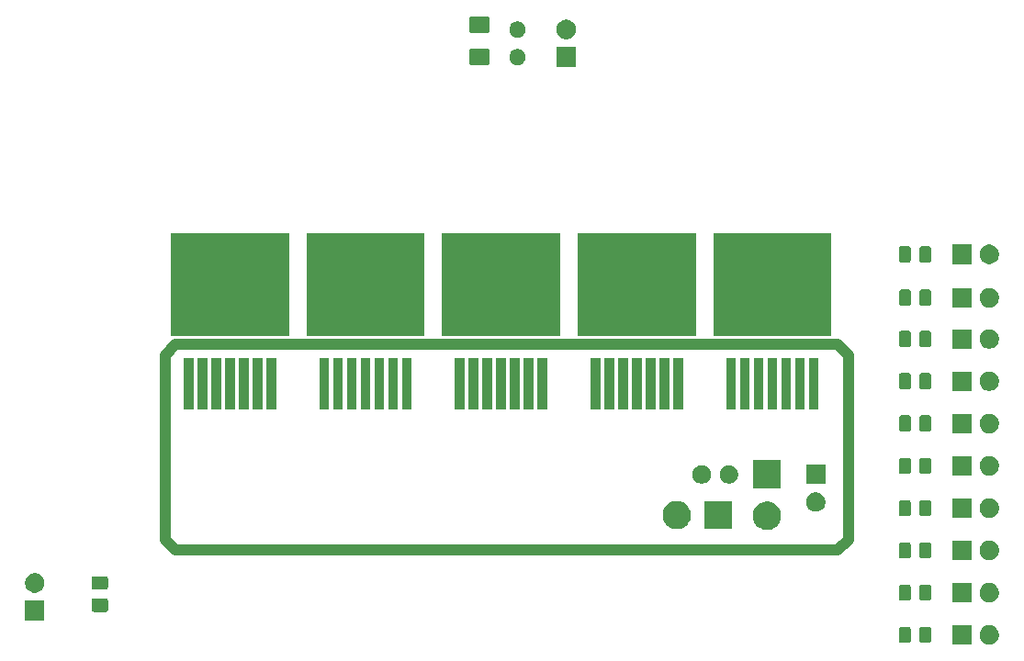
<source format=gbr>
G04 #@! TF.GenerationSoftware,KiCad,Pcbnew,(5.1.5)-3*
G04 #@! TF.CreationDate,2020-06-02T16:47:02-04:00*
G04 #@! TF.ProjectId,LT3081-TESTING,4c543330-3831-42d5-9445-5354494e472e,rev?*
G04 #@! TF.SameCoordinates,Original*
G04 #@! TF.FileFunction,Soldermask,Top*
G04 #@! TF.FilePolarity,Negative*
%FSLAX46Y46*%
G04 Gerber Fmt 4.6, Leading zero omitted, Abs format (unit mm)*
G04 Created by KiCad (PCBNEW (5.1.5)-3) date 2020-06-02 16:47:02*
%MOMM*%
%LPD*%
G04 APERTURE LIST*
%ADD10C,1.000000*%
%ADD11C,0.100000*%
G04 APERTURE END LIST*
D10*
X134000000Y-76000000D02*
X135000000Y-77000000D01*
X134000000Y-72500000D02*
X134000000Y-76000000D01*
X134000000Y-63500000D02*
X134000000Y-72500000D01*
X134000000Y-59000000D02*
X134000000Y-63500000D01*
X135000000Y-58000000D02*
X134000000Y-59000000D01*
X196000000Y-77000000D02*
X135000000Y-77000000D01*
X197000000Y-76000000D02*
X196000000Y-77000000D01*
X197000000Y-59000000D02*
X197000000Y-76000000D01*
X196000000Y-58000000D02*
X197000000Y-59000000D01*
X135000000Y-58000000D02*
X196000000Y-58000000D01*
D11*
G36*
X210113512Y-83903927D02*
G01*
X210262812Y-83933624D01*
X210426784Y-84001544D01*
X210574354Y-84100147D01*
X210699853Y-84225646D01*
X210798456Y-84373216D01*
X210866376Y-84537188D01*
X210901000Y-84711259D01*
X210901000Y-84888741D01*
X210866376Y-85062812D01*
X210798456Y-85226784D01*
X210699853Y-85374354D01*
X210574354Y-85499853D01*
X210426784Y-85598456D01*
X210262812Y-85666376D01*
X210113512Y-85696073D01*
X210088742Y-85701000D01*
X209911258Y-85701000D01*
X209886488Y-85696073D01*
X209737188Y-85666376D01*
X209573216Y-85598456D01*
X209425646Y-85499853D01*
X209300147Y-85374354D01*
X209201544Y-85226784D01*
X209133624Y-85062812D01*
X209099000Y-84888741D01*
X209099000Y-84711259D01*
X209133624Y-84537188D01*
X209201544Y-84373216D01*
X209300147Y-84225646D01*
X209425646Y-84100147D01*
X209573216Y-84001544D01*
X209737188Y-83933624D01*
X209886488Y-83903927D01*
X209911258Y-83899000D01*
X210088742Y-83899000D01*
X210113512Y-83903927D01*
G37*
G36*
X208361000Y-85701000D02*
G01*
X206559000Y-85701000D01*
X206559000Y-83899000D01*
X208361000Y-83899000D01*
X208361000Y-85701000D01*
G37*
G36*
X202596968Y-84053565D02*
G01*
X202635638Y-84065296D01*
X202671277Y-84084346D01*
X202702517Y-84109983D01*
X202728154Y-84141223D01*
X202747204Y-84176862D01*
X202758935Y-84215532D01*
X202763500Y-84261888D01*
X202763500Y-85338112D01*
X202758935Y-85384468D01*
X202747204Y-85423138D01*
X202728154Y-85458777D01*
X202702517Y-85490017D01*
X202671277Y-85515654D01*
X202635638Y-85534704D01*
X202596968Y-85546435D01*
X202550612Y-85551000D01*
X201899388Y-85551000D01*
X201853032Y-85546435D01*
X201814362Y-85534704D01*
X201778723Y-85515654D01*
X201747483Y-85490017D01*
X201721846Y-85458777D01*
X201702796Y-85423138D01*
X201691065Y-85384468D01*
X201686500Y-85338112D01*
X201686500Y-84261888D01*
X201691065Y-84215532D01*
X201702796Y-84176862D01*
X201721846Y-84141223D01*
X201747483Y-84109983D01*
X201778723Y-84084346D01*
X201814362Y-84065296D01*
X201853032Y-84053565D01*
X201899388Y-84049000D01*
X202550612Y-84049000D01*
X202596968Y-84053565D01*
G37*
G36*
X204471968Y-84053565D02*
G01*
X204510638Y-84065296D01*
X204546277Y-84084346D01*
X204577517Y-84109983D01*
X204603154Y-84141223D01*
X204622204Y-84176862D01*
X204633935Y-84215532D01*
X204638500Y-84261888D01*
X204638500Y-85338112D01*
X204633935Y-85384468D01*
X204622204Y-85423138D01*
X204603154Y-85458777D01*
X204577517Y-85490017D01*
X204546277Y-85515654D01*
X204510638Y-85534704D01*
X204471968Y-85546435D01*
X204425612Y-85551000D01*
X203774388Y-85551000D01*
X203728032Y-85546435D01*
X203689362Y-85534704D01*
X203653723Y-85515654D01*
X203622483Y-85490017D01*
X203596846Y-85458777D01*
X203577796Y-85423138D01*
X203566065Y-85384468D01*
X203561500Y-85338112D01*
X203561500Y-84261888D01*
X203566065Y-84215532D01*
X203577796Y-84176862D01*
X203596846Y-84141223D01*
X203622483Y-84109983D01*
X203653723Y-84084346D01*
X203689362Y-84065296D01*
X203728032Y-84053565D01*
X203774388Y-84049000D01*
X204425612Y-84049000D01*
X204471968Y-84053565D01*
G37*
G36*
X122901000Y-83441000D02*
G01*
X121099000Y-83441000D01*
X121099000Y-81639000D01*
X122901000Y-81639000D01*
X122901000Y-83441000D01*
G37*
G36*
X128588674Y-81428465D02*
G01*
X128626367Y-81439899D01*
X128661103Y-81458466D01*
X128691548Y-81483452D01*
X128716534Y-81513897D01*
X128735101Y-81548633D01*
X128746535Y-81586326D01*
X128751000Y-81631661D01*
X128751000Y-82468339D01*
X128746535Y-82513674D01*
X128735101Y-82551367D01*
X128716534Y-82586103D01*
X128691548Y-82616548D01*
X128661103Y-82641534D01*
X128626367Y-82660101D01*
X128588674Y-82671535D01*
X128543339Y-82676000D01*
X127456661Y-82676000D01*
X127411326Y-82671535D01*
X127373633Y-82660101D01*
X127338897Y-82641534D01*
X127308452Y-82616548D01*
X127283466Y-82586103D01*
X127264899Y-82551367D01*
X127253465Y-82513674D01*
X127249000Y-82468339D01*
X127249000Y-81631661D01*
X127253465Y-81586326D01*
X127264899Y-81548633D01*
X127283466Y-81513897D01*
X127308452Y-81483452D01*
X127338897Y-81458466D01*
X127373633Y-81439899D01*
X127411326Y-81428465D01*
X127456661Y-81424000D01*
X128543339Y-81424000D01*
X128588674Y-81428465D01*
G37*
G36*
X208361000Y-81801000D02*
G01*
X206559000Y-81801000D01*
X206559000Y-79999000D01*
X208361000Y-79999000D01*
X208361000Y-81801000D01*
G37*
G36*
X210113512Y-80003927D02*
G01*
X210262812Y-80033624D01*
X210426784Y-80101544D01*
X210574354Y-80200147D01*
X210699853Y-80325646D01*
X210798456Y-80473216D01*
X210866376Y-80637188D01*
X210901000Y-80811259D01*
X210901000Y-80988741D01*
X210866376Y-81162812D01*
X210798456Y-81326784D01*
X210699853Y-81474354D01*
X210574354Y-81599853D01*
X210426784Y-81698456D01*
X210262812Y-81766376D01*
X210113512Y-81796073D01*
X210088742Y-81801000D01*
X209911258Y-81801000D01*
X209886488Y-81796073D01*
X209737188Y-81766376D01*
X209573216Y-81698456D01*
X209425646Y-81599853D01*
X209300147Y-81474354D01*
X209201544Y-81326784D01*
X209133624Y-81162812D01*
X209099000Y-80988741D01*
X209099000Y-80811259D01*
X209133624Y-80637188D01*
X209201544Y-80473216D01*
X209300147Y-80325646D01*
X209425646Y-80200147D01*
X209573216Y-80101544D01*
X209737188Y-80033624D01*
X209886488Y-80003927D01*
X209911258Y-79999000D01*
X210088742Y-79999000D01*
X210113512Y-80003927D01*
G37*
G36*
X202596968Y-80153565D02*
G01*
X202635638Y-80165296D01*
X202671277Y-80184346D01*
X202702517Y-80209983D01*
X202728154Y-80241223D01*
X202747204Y-80276862D01*
X202758935Y-80315532D01*
X202763500Y-80361888D01*
X202763500Y-81438112D01*
X202758935Y-81484468D01*
X202747204Y-81523138D01*
X202728154Y-81558777D01*
X202702517Y-81590017D01*
X202671277Y-81615654D01*
X202635638Y-81634704D01*
X202596968Y-81646435D01*
X202550612Y-81651000D01*
X201899388Y-81651000D01*
X201853032Y-81646435D01*
X201814362Y-81634704D01*
X201778723Y-81615654D01*
X201747483Y-81590017D01*
X201721846Y-81558777D01*
X201702796Y-81523138D01*
X201691065Y-81484468D01*
X201686500Y-81438112D01*
X201686500Y-80361888D01*
X201691065Y-80315532D01*
X201702796Y-80276862D01*
X201721846Y-80241223D01*
X201747483Y-80209983D01*
X201778723Y-80184346D01*
X201814362Y-80165296D01*
X201853032Y-80153565D01*
X201899388Y-80149000D01*
X202550612Y-80149000D01*
X202596968Y-80153565D01*
G37*
G36*
X204471968Y-80153565D02*
G01*
X204510638Y-80165296D01*
X204546277Y-80184346D01*
X204577517Y-80209983D01*
X204603154Y-80241223D01*
X204622204Y-80276862D01*
X204633935Y-80315532D01*
X204638500Y-80361888D01*
X204638500Y-81438112D01*
X204633935Y-81484468D01*
X204622204Y-81523138D01*
X204603154Y-81558777D01*
X204577517Y-81590017D01*
X204546277Y-81615654D01*
X204510638Y-81634704D01*
X204471968Y-81646435D01*
X204425612Y-81651000D01*
X203774388Y-81651000D01*
X203728032Y-81646435D01*
X203689362Y-81634704D01*
X203653723Y-81615654D01*
X203622483Y-81590017D01*
X203596846Y-81558777D01*
X203577796Y-81523138D01*
X203566065Y-81484468D01*
X203561500Y-81438112D01*
X203561500Y-80361888D01*
X203566065Y-80315532D01*
X203577796Y-80276862D01*
X203596846Y-80241223D01*
X203622483Y-80209983D01*
X203653723Y-80184346D01*
X203689362Y-80165296D01*
X203728032Y-80153565D01*
X203774388Y-80149000D01*
X204425612Y-80149000D01*
X204471968Y-80153565D01*
G37*
G36*
X122113512Y-79103927D02*
G01*
X122262812Y-79133624D01*
X122426784Y-79201544D01*
X122574354Y-79300147D01*
X122699853Y-79425646D01*
X122798456Y-79573216D01*
X122866376Y-79737188D01*
X122901000Y-79911259D01*
X122901000Y-80088741D01*
X122866376Y-80262812D01*
X122798456Y-80426784D01*
X122699853Y-80574354D01*
X122574354Y-80699853D01*
X122426784Y-80798456D01*
X122262812Y-80866376D01*
X122113512Y-80896073D01*
X122088742Y-80901000D01*
X121911258Y-80901000D01*
X121886488Y-80896073D01*
X121737188Y-80866376D01*
X121573216Y-80798456D01*
X121425646Y-80699853D01*
X121300147Y-80574354D01*
X121201544Y-80426784D01*
X121133624Y-80262812D01*
X121099000Y-80088741D01*
X121099000Y-79911259D01*
X121133624Y-79737188D01*
X121201544Y-79573216D01*
X121300147Y-79425646D01*
X121425646Y-79300147D01*
X121573216Y-79201544D01*
X121737188Y-79133624D01*
X121886488Y-79103927D01*
X121911258Y-79099000D01*
X122088742Y-79099000D01*
X122113512Y-79103927D01*
G37*
G36*
X128588674Y-79378465D02*
G01*
X128626367Y-79389899D01*
X128661103Y-79408466D01*
X128691548Y-79433452D01*
X128716534Y-79463897D01*
X128735101Y-79498633D01*
X128746535Y-79536326D01*
X128751000Y-79581661D01*
X128751000Y-80418339D01*
X128746535Y-80463674D01*
X128735101Y-80501367D01*
X128716534Y-80536103D01*
X128691548Y-80566548D01*
X128661103Y-80591534D01*
X128626367Y-80610101D01*
X128588674Y-80621535D01*
X128543339Y-80626000D01*
X127456661Y-80626000D01*
X127411326Y-80621535D01*
X127373633Y-80610101D01*
X127338897Y-80591534D01*
X127308452Y-80566548D01*
X127283466Y-80536103D01*
X127264899Y-80501367D01*
X127253465Y-80463674D01*
X127249000Y-80418339D01*
X127249000Y-79581661D01*
X127253465Y-79536326D01*
X127264899Y-79498633D01*
X127283466Y-79463897D01*
X127308452Y-79433452D01*
X127338897Y-79408466D01*
X127373633Y-79389899D01*
X127411326Y-79378465D01*
X127456661Y-79374000D01*
X128543339Y-79374000D01*
X128588674Y-79378465D01*
G37*
G36*
X210113512Y-76103927D02*
G01*
X210262812Y-76133624D01*
X210426784Y-76201544D01*
X210574354Y-76300147D01*
X210699853Y-76425646D01*
X210798456Y-76573216D01*
X210866376Y-76737188D01*
X210901000Y-76911259D01*
X210901000Y-77088741D01*
X210866376Y-77262812D01*
X210798456Y-77426784D01*
X210699853Y-77574354D01*
X210574354Y-77699853D01*
X210426784Y-77798456D01*
X210262812Y-77866376D01*
X210113512Y-77896073D01*
X210088742Y-77901000D01*
X209911258Y-77901000D01*
X209886488Y-77896073D01*
X209737188Y-77866376D01*
X209573216Y-77798456D01*
X209425646Y-77699853D01*
X209300147Y-77574354D01*
X209201544Y-77426784D01*
X209133624Y-77262812D01*
X209099000Y-77088741D01*
X209099000Y-76911259D01*
X209133624Y-76737188D01*
X209201544Y-76573216D01*
X209300147Y-76425646D01*
X209425646Y-76300147D01*
X209573216Y-76201544D01*
X209737188Y-76133624D01*
X209886488Y-76103927D01*
X209911258Y-76099000D01*
X210088742Y-76099000D01*
X210113512Y-76103927D01*
G37*
G36*
X208361000Y-77901000D02*
G01*
X206559000Y-77901000D01*
X206559000Y-76099000D01*
X208361000Y-76099000D01*
X208361000Y-77901000D01*
G37*
G36*
X202596968Y-76253565D02*
G01*
X202635638Y-76265296D01*
X202671277Y-76284346D01*
X202702517Y-76309983D01*
X202728154Y-76341223D01*
X202747204Y-76376862D01*
X202758935Y-76415532D01*
X202763500Y-76461888D01*
X202763500Y-77538112D01*
X202758935Y-77584468D01*
X202747204Y-77623138D01*
X202728154Y-77658777D01*
X202702517Y-77690017D01*
X202671277Y-77715654D01*
X202635638Y-77734704D01*
X202596968Y-77746435D01*
X202550612Y-77751000D01*
X201899388Y-77751000D01*
X201853032Y-77746435D01*
X201814362Y-77734704D01*
X201778723Y-77715654D01*
X201747483Y-77690017D01*
X201721846Y-77658777D01*
X201702796Y-77623138D01*
X201691065Y-77584468D01*
X201686500Y-77538112D01*
X201686500Y-76461888D01*
X201691065Y-76415532D01*
X201702796Y-76376862D01*
X201721846Y-76341223D01*
X201747483Y-76309983D01*
X201778723Y-76284346D01*
X201814362Y-76265296D01*
X201853032Y-76253565D01*
X201899388Y-76249000D01*
X202550612Y-76249000D01*
X202596968Y-76253565D01*
G37*
G36*
X204471968Y-76253565D02*
G01*
X204510638Y-76265296D01*
X204546277Y-76284346D01*
X204577517Y-76309983D01*
X204603154Y-76341223D01*
X204622204Y-76376862D01*
X204633935Y-76415532D01*
X204638500Y-76461888D01*
X204638500Y-77538112D01*
X204633935Y-77584468D01*
X204622204Y-77623138D01*
X204603154Y-77658777D01*
X204577517Y-77690017D01*
X204546277Y-77715654D01*
X204510638Y-77734704D01*
X204471968Y-77746435D01*
X204425612Y-77751000D01*
X203774388Y-77751000D01*
X203728032Y-77746435D01*
X203689362Y-77734704D01*
X203653723Y-77715654D01*
X203622483Y-77690017D01*
X203596846Y-77658777D01*
X203577796Y-77623138D01*
X203566065Y-77584468D01*
X203561500Y-77538112D01*
X203561500Y-76461888D01*
X203566065Y-76415532D01*
X203577796Y-76376862D01*
X203596846Y-76341223D01*
X203622483Y-76309983D01*
X203653723Y-76284346D01*
X203689362Y-76265296D01*
X203728032Y-76253565D01*
X203774388Y-76249000D01*
X204425612Y-76249000D01*
X204471968Y-76253565D01*
G37*
G36*
X189879393Y-72559304D02*
G01*
X190116101Y-72657352D01*
X190116103Y-72657353D01*
X190329135Y-72799696D01*
X190510304Y-72980865D01*
X190652647Y-73193897D01*
X190652648Y-73193899D01*
X190750696Y-73430607D01*
X190800680Y-73681893D01*
X190800680Y-73938107D01*
X190750696Y-74189393D01*
X190677501Y-74366101D01*
X190652647Y-74426103D01*
X190510304Y-74639135D01*
X190329135Y-74820304D01*
X190116103Y-74962647D01*
X190116102Y-74962648D01*
X190116101Y-74962648D01*
X189879393Y-75060696D01*
X189628107Y-75110680D01*
X189371893Y-75110680D01*
X189120607Y-75060696D01*
X188883899Y-74962648D01*
X188883898Y-74962648D01*
X188883897Y-74962647D01*
X188670865Y-74820304D01*
X188489696Y-74639135D01*
X188347353Y-74426103D01*
X188322499Y-74366101D01*
X188249304Y-74189393D01*
X188199320Y-73938107D01*
X188199320Y-73681893D01*
X188249304Y-73430607D01*
X188347352Y-73193899D01*
X188347353Y-73193897D01*
X188489696Y-72980865D01*
X188670865Y-72799696D01*
X188883897Y-72657353D01*
X188883899Y-72657352D01*
X189120607Y-72559304D01*
X189371893Y-72509320D01*
X189628107Y-72509320D01*
X189879393Y-72559304D01*
G37*
G36*
X181569393Y-72499304D02*
G01*
X181806101Y-72597352D01*
X181806103Y-72597353D01*
X182019135Y-72739696D01*
X182200304Y-72920865D01*
X182342647Y-73133897D01*
X182342648Y-73133899D01*
X182440696Y-73370607D01*
X182490680Y-73621893D01*
X182490680Y-73878107D01*
X182440696Y-74129393D01*
X182342648Y-74366101D01*
X182342647Y-74366103D01*
X182200304Y-74579135D01*
X182019135Y-74760304D01*
X181806103Y-74902647D01*
X181806102Y-74902648D01*
X181806101Y-74902648D01*
X181569393Y-75000696D01*
X181318107Y-75050680D01*
X181061893Y-75050680D01*
X180810607Y-75000696D01*
X180573899Y-74902648D01*
X180573898Y-74902648D01*
X180573897Y-74902647D01*
X180360865Y-74760304D01*
X180179696Y-74579135D01*
X180037353Y-74366103D01*
X180037352Y-74366101D01*
X179939304Y-74129393D01*
X179889320Y-73878107D01*
X179889320Y-73621893D01*
X179939304Y-73370607D01*
X180037352Y-73133899D01*
X180037353Y-73133897D01*
X180179696Y-72920865D01*
X180360865Y-72739696D01*
X180573897Y-72597353D01*
X180573899Y-72597352D01*
X180810607Y-72499304D01*
X181061893Y-72449320D01*
X181318107Y-72449320D01*
X181569393Y-72499304D01*
G37*
G36*
X186300680Y-75050680D02*
G01*
X183699320Y-75050680D01*
X183699320Y-72449320D01*
X186300680Y-72449320D01*
X186300680Y-75050680D01*
G37*
G36*
X210113512Y-72203927D02*
G01*
X210262812Y-72233624D01*
X210426784Y-72301544D01*
X210574354Y-72400147D01*
X210699853Y-72525646D01*
X210798456Y-72673216D01*
X210866376Y-72837188D01*
X210894954Y-72980865D01*
X210901000Y-73011258D01*
X210901000Y-73188742D01*
X210899974Y-73193899D01*
X210866376Y-73362812D01*
X210798456Y-73526784D01*
X210699853Y-73674354D01*
X210574354Y-73799853D01*
X210426784Y-73898456D01*
X210262812Y-73966376D01*
X210113512Y-73996073D01*
X210088742Y-74001000D01*
X209911258Y-74001000D01*
X209886488Y-73996073D01*
X209737188Y-73966376D01*
X209573216Y-73898456D01*
X209425646Y-73799853D01*
X209300147Y-73674354D01*
X209201544Y-73526784D01*
X209133624Y-73362812D01*
X209100026Y-73193899D01*
X209099000Y-73188742D01*
X209099000Y-73011258D01*
X209105046Y-72980865D01*
X209133624Y-72837188D01*
X209201544Y-72673216D01*
X209300147Y-72525646D01*
X209425646Y-72400147D01*
X209573216Y-72301544D01*
X209737188Y-72233624D01*
X209886488Y-72203927D01*
X209911258Y-72199000D01*
X210088742Y-72199000D01*
X210113512Y-72203927D01*
G37*
G36*
X208361000Y-74001000D02*
G01*
X206559000Y-74001000D01*
X206559000Y-72199000D01*
X208361000Y-72199000D01*
X208361000Y-74001000D01*
G37*
G36*
X202596968Y-72353565D02*
G01*
X202635638Y-72365296D01*
X202671277Y-72384346D01*
X202702517Y-72409983D01*
X202728154Y-72441223D01*
X202747204Y-72476862D01*
X202758935Y-72515532D01*
X202763500Y-72561888D01*
X202763500Y-73638112D01*
X202758935Y-73684468D01*
X202747204Y-73723138D01*
X202728154Y-73758777D01*
X202702517Y-73790017D01*
X202671277Y-73815654D01*
X202635638Y-73834704D01*
X202596968Y-73846435D01*
X202550612Y-73851000D01*
X201899388Y-73851000D01*
X201853032Y-73846435D01*
X201814362Y-73834704D01*
X201778723Y-73815654D01*
X201747483Y-73790017D01*
X201721846Y-73758777D01*
X201702796Y-73723138D01*
X201691065Y-73684468D01*
X201686500Y-73638112D01*
X201686500Y-72561888D01*
X201691065Y-72515532D01*
X201702796Y-72476862D01*
X201721846Y-72441223D01*
X201747483Y-72409983D01*
X201778723Y-72384346D01*
X201814362Y-72365296D01*
X201853032Y-72353565D01*
X201899388Y-72349000D01*
X202550612Y-72349000D01*
X202596968Y-72353565D01*
G37*
G36*
X204471968Y-72353565D02*
G01*
X204510638Y-72365296D01*
X204546277Y-72384346D01*
X204577517Y-72409983D01*
X204603154Y-72441223D01*
X204622204Y-72476862D01*
X204633935Y-72515532D01*
X204638500Y-72561888D01*
X204638500Y-73638112D01*
X204633935Y-73684468D01*
X204622204Y-73723138D01*
X204603154Y-73758777D01*
X204577517Y-73790017D01*
X204546277Y-73815654D01*
X204510638Y-73834704D01*
X204471968Y-73846435D01*
X204425612Y-73851000D01*
X203774388Y-73851000D01*
X203728032Y-73846435D01*
X203689362Y-73834704D01*
X203653723Y-73815654D01*
X203622483Y-73790017D01*
X203596846Y-73758777D01*
X203577796Y-73723138D01*
X203566065Y-73684468D01*
X203561500Y-73638112D01*
X203561500Y-72561888D01*
X203566065Y-72515532D01*
X203577796Y-72476862D01*
X203596846Y-72441223D01*
X203622483Y-72409983D01*
X203653723Y-72384346D01*
X203689362Y-72365296D01*
X203728032Y-72353565D01*
X203774388Y-72349000D01*
X204425612Y-72349000D01*
X204471968Y-72353565D01*
G37*
G36*
X194113512Y-71643927D02*
G01*
X194262812Y-71673624D01*
X194426784Y-71741544D01*
X194574354Y-71840147D01*
X194699853Y-71965646D01*
X194798456Y-72113216D01*
X194866376Y-72277188D01*
X194892790Y-72409983D01*
X194900615Y-72449320D01*
X194901000Y-72451259D01*
X194901000Y-72628741D01*
X194866376Y-72802812D01*
X194798456Y-72966784D01*
X194699853Y-73114354D01*
X194574354Y-73239853D01*
X194426784Y-73338456D01*
X194262812Y-73406376D01*
X194113512Y-73436073D01*
X194088742Y-73441000D01*
X193911258Y-73441000D01*
X193886488Y-73436073D01*
X193737188Y-73406376D01*
X193573216Y-73338456D01*
X193425646Y-73239853D01*
X193300147Y-73114354D01*
X193201544Y-72966784D01*
X193133624Y-72802812D01*
X193099000Y-72628741D01*
X193099000Y-72451259D01*
X193099386Y-72449320D01*
X193107210Y-72409983D01*
X193133624Y-72277188D01*
X193201544Y-72113216D01*
X193300147Y-71965646D01*
X193425646Y-71840147D01*
X193573216Y-71741544D01*
X193737188Y-71673624D01*
X193886488Y-71643927D01*
X193911258Y-71639000D01*
X194088742Y-71639000D01*
X194113512Y-71643927D01*
G37*
G36*
X190800680Y-71300680D02*
G01*
X188199320Y-71300680D01*
X188199320Y-68699320D01*
X190800680Y-68699320D01*
X190800680Y-71300680D01*
G37*
G36*
X194901000Y-70901000D02*
G01*
X193099000Y-70901000D01*
X193099000Y-69099000D01*
X194901000Y-69099000D01*
X194901000Y-70901000D01*
G37*
G36*
X186248228Y-69181703D02*
G01*
X186403100Y-69245853D01*
X186542481Y-69338985D01*
X186661015Y-69457519D01*
X186754147Y-69596900D01*
X186818297Y-69751772D01*
X186851000Y-69916184D01*
X186851000Y-70083816D01*
X186818297Y-70248228D01*
X186754147Y-70403100D01*
X186661015Y-70542481D01*
X186542481Y-70661015D01*
X186403100Y-70754147D01*
X186248228Y-70818297D01*
X186083816Y-70851000D01*
X185916184Y-70851000D01*
X185751772Y-70818297D01*
X185596900Y-70754147D01*
X185457519Y-70661015D01*
X185338985Y-70542481D01*
X185245853Y-70403100D01*
X185181703Y-70248228D01*
X185149000Y-70083816D01*
X185149000Y-69916184D01*
X185181703Y-69751772D01*
X185245853Y-69596900D01*
X185338985Y-69457519D01*
X185457519Y-69338985D01*
X185596900Y-69245853D01*
X185751772Y-69181703D01*
X185916184Y-69149000D01*
X186083816Y-69149000D01*
X186248228Y-69181703D01*
G37*
G36*
X183748228Y-69181703D02*
G01*
X183903100Y-69245853D01*
X184042481Y-69338985D01*
X184161015Y-69457519D01*
X184254147Y-69596900D01*
X184318297Y-69751772D01*
X184351000Y-69916184D01*
X184351000Y-70083816D01*
X184318297Y-70248228D01*
X184254147Y-70403100D01*
X184161015Y-70542481D01*
X184042481Y-70661015D01*
X183903100Y-70754147D01*
X183748228Y-70818297D01*
X183583816Y-70851000D01*
X183416184Y-70851000D01*
X183251772Y-70818297D01*
X183096900Y-70754147D01*
X182957519Y-70661015D01*
X182838985Y-70542481D01*
X182745853Y-70403100D01*
X182681703Y-70248228D01*
X182649000Y-70083816D01*
X182649000Y-69916184D01*
X182681703Y-69751772D01*
X182745853Y-69596900D01*
X182838985Y-69457519D01*
X182957519Y-69338985D01*
X183096900Y-69245853D01*
X183251772Y-69181703D01*
X183416184Y-69149000D01*
X183583816Y-69149000D01*
X183748228Y-69181703D01*
G37*
G36*
X210113512Y-68303927D02*
G01*
X210262812Y-68333624D01*
X210426784Y-68401544D01*
X210574354Y-68500147D01*
X210699853Y-68625646D01*
X210798456Y-68773216D01*
X210866376Y-68937188D01*
X210901000Y-69111259D01*
X210901000Y-69288741D01*
X210866376Y-69462812D01*
X210798456Y-69626784D01*
X210699853Y-69774354D01*
X210574354Y-69899853D01*
X210426784Y-69998456D01*
X210262812Y-70066376D01*
X210113512Y-70096073D01*
X210088742Y-70101000D01*
X209911258Y-70101000D01*
X209886488Y-70096073D01*
X209737188Y-70066376D01*
X209573216Y-69998456D01*
X209425646Y-69899853D01*
X209300147Y-69774354D01*
X209201544Y-69626784D01*
X209133624Y-69462812D01*
X209099000Y-69288741D01*
X209099000Y-69111259D01*
X209133624Y-68937188D01*
X209201544Y-68773216D01*
X209300147Y-68625646D01*
X209425646Y-68500147D01*
X209573216Y-68401544D01*
X209737188Y-68333624D01*
X209886488Y-68303927D01*
X209911258Y-68299000D01*
X210088742Y-68299000D01*
X210113512Y-68303927D01*
G37*
G36*
X208361000Y-70101000D02*
G01*
X206559000Y-70101000D01*
X206559000Y-68299000D01*
X208361000Y-68299000D01*
X208361000Y-70101000D01*
G37*
G36*
X204471968Y-68453565D02*
G01*
X204510638Y-68465296D01*
X204546277Y-68484346D01*
X204577517Y-68509983D01*
X204603154Y-68541223D01*
X204622204Y-68576862D01*
X204633935Y-68615532D01*
X204638500Y-68661888D01*
X204638500Y-69738112D01*
X204633935Y-69784468D01*
X204622204Y-69823138D01*
X204603154Y-69858777D01*
X204577517Y-69890017D01*
X204546277Y-69915654D01*
X204510638Y-69934704D01*
X204471968Y-69946435D01*
X204425612Y-69951000D01*
X203774388Y-69951000D01*
X203728032Y-69946435D01*
X203689362Y-69934704D01*
X203653723Y-69915654D01*
X203622483Y-69890017D01*
X203596846Y-69858777D01*
X203577796Y-69823138D01*
X203566065Y-69784468D01*
X203561500Y-69738112D01*
X203561500Y-68661888D01*
X203566065Y-68615532D01*
X203577796Y-68576862D01*
X203596846Y-68541223D01*
X203622483Y-68509983D01*
X203653723Y-68484346D01*
X203689362Y-68465296D01*
X203728032Y-68453565D01*
X203774388Y-68449000D01*
X204425612Y-68449000D01*
X204471968Y-68453565D01*
G37*
G36*
X202596968Y-68453565D02*
G01*
X202635638Y-68465296D01*
X202671277Y-68484346D01*
X202702517Y-68509983D01*
X202728154Y-68541223D01*
X202747204Y-68576862D01*
X202758935Y-68615532D01*
X202763500Y-68661888D01*
X202763500Y-69738112D01*
X202758935Y-69784468D01*
X202747204Y-69823138D01*
X202728154Y-69858777D01*
X202702517Y-69890017D01*
X202671277Y-69915654D01*
X202635638Y-69934704D01*
X202596968Y-69946435D01*
X202550612Y-69951000D01*
X201899388Y-69951000D01*
X201853032Y-69946435D01*
X201814362Y-69934704D01*
X201778723Y-69915654D01*
X201747483Y-69890017D01*
X201721846Y-69858777D01*
X201702796Y-69823138D01*
X201691065Y-69784468D01*
X201686500Y-69738112D01*
X201686500Y-68661888D01*
X201691065Y-68615532D01*
X201702796Y-68576862D01*
X201721846Y-68541223D01*
X201747483Y-68509983D01*
X201778723Y-68484346D01*
X201814362Y-68465296D01*
X201853032Y-68453565D01*
X201899388Y-68449000D01*
X202550612Y-68449000D01*
X202596968Y-68453565D01*
G37*
G36*
X210113512Y-64403927D02*
G01*
X210262812Y-64433624D01*
X210426784Y-64501544D01*
X210574354Y-64600147D01*
X210699853Y-64725646D01*
X210798456Y-64873216D01*
X210866376Y-65037188D01*
X210901000Y-65211259D01*
X210901000Y-65388741D01*
X210866376Y-65562812D01*
X210798456Y-65726784D01*
X210699853Y-65874354D01*
X210574354Y-65999853D01*
X210426784Y-66098456D01*
X210262812Y-66166376D01*
X210113512Y-66196073D01*
X210088742Y-66201000D01*
X209911258Y-66201000D01*
X209886488Y-66196073D01*
X209737188Y-66166376D01*
X209573216Y-66098456D01*
X209425646Y-65999853D01*
X209300147Y-65874354D01*
X209201544Y-65726784D01*
X209133624Y-65562812D01*
X209099000Y-65388741D01*
X209099000Y-65211259D01*
X209133624Y-65037188D01*
X209201544Y-64873216D01*
X209300147Y-64725646D01*
X209425646Y-64600147D01*
X209573216Y-64501544D01*
X209737188Y-64433624D01*
X209886488Y-64403927D01*
X209911258Y-64399000D01*
X210088742Y-64399000D01*
X210113512Y-64403927D01*
G37*
G36*
X208361000Y-66201000D02*
G01*
X206559000Y-66201000D01*
X206559000Y-64399000D01*
X208361000Y-64399000D01*
X208361000Y-66201000D01*
G37*
G36*
X204471968Y-64553565D02*
G01*
X204510638Y-64565296D01*
X204546277Y-64584346D01*
X204577517Y-64609983D01*
X204603154Y-64641223D01*
X204622204Y-64676862D01*
X204633935Y-64715532D01*
X204638500Y-64761888D01*
X204638500Y-65838112D01*
X204633935Y-65884468D01*
X204622204Y-65923138D01*
X204603154Y-65958777D01*
X204577517Y-65990017D01*
X204546277Y-66015654D01*
X204510638Y-66034704D01*
X204471968Y-66046435D01*
X204425612Y-66051000D01*
X203774388Y-66051000D01*
X203728032Y-66046435D01*
X203689362Y-66034704D01*
X203653723Y-66015654D01*
X203622483Y-65990017D01*
X203596846Y-65958777D01*
X203577796Y-65923138D01*
X203566065Y-65884468D01*
X203561500Y-65838112D01*
X203561500Y-64761888D01*
X203566065Y-64715532D01*
X203577796Y-64676862D01*
X203596846Y-64641223D01*
X203622483Y-64609983D01*
X203653723Y-64584346D01*
X203689362Y-64565296D01*
X203728032Y-64553565D01*
X203774388Y-64549000D01*
X204425612Y-64549000D01*
X204471968Y-64553565D01*
G37*
G36*
X202596968Y-64553565D02*
G01*
X202635638Y-64565296D01*
X202671277Y-64584346D01*
X202702517Y-64609983D01*
X202728154Y-64641223D01*
X202747204Y-64676862D01*
X202758935Y-64715532D01*
X202763500Y-64761888D01*
X202763500Y-65838112D01*
X202758935Y-65884468D01*
X202747204Y-65923138D01*
X202728154Y-65958777D01*
X202702517Y-65990017D01*
X202671277Y-66015654D01*
X202635638Y-66034704D01*
X202596968Y-66046435D01*
X202550612Y-66051000D01*
X201899388Y-66051000D01*
X201853032Y-66046435D01*
X201814362Y-66034704D01*
X201778723Y-66015654D01*
X201747483Y-65990017D01*
X201721846Y-65958777D01*
X201702796Y-65923138D01*
X201691065Y-65884468D01*
X201686500Y-65838112D01*
X201686500Y-64761888D01*
X201691065Y-64715532D01*
X201702796Y-64676862D01*
X201721846Y-64641223D01*
X201747483Y-64609983D01*
X201778723Y-64584346D01*
X201814362Y-64565296D01*
X201853032Y-64553565D01*
X201899388Y-64549000D01*
X202550612Y-64549000D01*
X202596968Y-64553565D01*
G37*
G36*
X187911000Y-64001000D02*
G01*
X187009000Y-64001000D01*
X187009000Y-59299000D01*
X187911000Y-59299000D01*
X187911000Y-64001000D01*
G37*
G36*
X167991000Y-64001000D02*
G01*
X167089000Y-64001000D01*
X167089000Y-59299000D01*
X167991000Y-59299000D01*
X167991000Y-64001000D01*
G37*
G36*
X189181000Y-64001000D02*
G01*
X188279000Y-64001000D01*
X188279000Y-59299000D01*
X189181000Y-59299000D01*
X189181000Y-64001000D01*
G37*
G36*
X190451000Y-64001000D02*
G01*
X189549000Y-64001000D01*
X189549000Y-59299000D01*
X190451000Y-59299000D01*
X190451000Y-64001000D01*
G37*
G36*
X191721000Y-64001000D02*
G01*
X190819000Y-64001000D01*
X190819000Y-59299000D01*
X191721000Y-59299000D01*
X191721000Y-64001000D01*
G37*
G36*
X192991000Y-64001000D02*
G01*
X192089000Y-64001000D01*
X192089000Y-59299000D01*
X192991000Y-59299000D01*
X192991000Y-64001000D01*
G37*
G36*
X194261000Y-64001000D02*
G01*
X193359000Y-64001000D01*
X193359000Y-59299000D01*
X194261000Y-59299000D01*
X194261000Y-64001000D01*
G37*
G36*
X177951000Y-64001000D02*
G01*
X177049000Y-64001000D01*
X177049000Y-59299000D01*
X177951000Y-59299000D01*
X177951000Y-64001000D01*
G37*
G36*
X174141000Y-64001000D02*
G01*
X173239000Y-64001000D01*
X173239000Y-59299000D01*
X174141000Y-59299000D01*
X174141000Y-64001000D01*
G37*
G36*
X186641000Y-64001000D02*
G01*
X185739000Y-64001000D01*
X185739000Y-59299000D01*
X186641000Y-59299000D01*
X186641000Y-64001000D01*
G37*
G36*
X181761000Y-64001000D02*
G01*
X180859000Y-64001000D01*
X180859000Y-59299000D01*
X181761000Y-59299000D01*
X181761000Y-64001000D01*
G37*
G36*
X180491000Y-64001000D02*
G01*
X179589000Y-64001000D01*
X179589000Y-59299000D01*
X180491000Y-59299000D01*
X180491000Y-64001000D01*
G37*
G36*
X179221000Y-64001000D02*
G01*
X178319000Y-64001000D01*
X178319000Y-59299000D01*
X179221000Y-59299000D01*
X179221000Y-64001000D01*
G37*
G36*
X137911000Y-64001000D02*
G01*
X137009000Y-64001000D01*
X137009000Y-59299000D01*
X137911000Y-59299000D01*
X137911000Y-64001000D01*
G37*
G36*
X176681000Y-64001000D02*
G01*
X175779000Y-64001000D01*
X175779000Y-59299000D01*
X176681000Y-59299000D01*
X176681000Y-64001000D01*
G37*
G36*
X154221000Y-64001000D02*
G01*
X153319000Y-64001000D01*
X153319000Y-59299000D01*
X154221000Y-59299000D01*
X154221000Y-64001000D01*
G37*
G36*
X175411000Y-64001000D02*
G01*
X174509000Y-64001000D01*
X174509000Y-59299000D01*
X175411000Y-59299000D01*
X175411000Y-64001000D01*
G37*
G36*
X136641000Y-64001000D02*
G01*
X135739000Y-64001000D01*
X135739000Y-59299000D01*
X136641000Y-59299000D01*
X136641000Y-64001000D01*
G37*
G36*
X144261000Y-64001000D02*
G01*
X143359000Y-64001000D01*
X143359000Y-59299000D01*
X144261000Y-59299000D01*
X144261000Y-64001000D01*
G37*
G36*
X166721000Y-64001000D02*
G01*
X165819000Y-64001000D01*
X165819000Y-59299000D01*
X166721000Y-59299000D01*
X166721000Y-64001000D01*
G37*
G36*
X164181000Y-64001000D02*
G01*
X163279000Y-64001000D01*
X163279000Y-59299000D01*
X164181000Y-59299000D01*
X164181000Y-64001000D01*
G37*
G36*
X139181000Y-64001000D02*
G01*
X138279000Y-64001000D01*
X138279000Y-59299000D01*
X139181000Y-59299000D01*
X139181000Y-64001000D01*
G37*
G36*
X140451000Y-64001000D02*
G01*
X139549000Y-64001000D01*
X139549000Y-59299000D01*
X140451000Y-59299000D01*
X140451000Y-64001000D01*
G37*
G36*
X141721000Y-64001000D02*
G01*
X140819000Y-64001000D01*
X140819000Y-59299000D01*
X141721000Y-59299000D01*
X141721000Y-64001000D01*
G37*
G36*
X142991000Y-64001000D02*
G01*
X142089000Y-64001000D01*
X142089000Y-59299000D01*
X142991000Y-59299000D01*
X142991000Y-64001000D01*
G37*
G36*
X149141000Y-64001000D02*
G01*
X148239000Y-64001000D01*
X148239000Y-59299000D01*
X149141000Y-59299000D01*
X149141000Y-64001000D01*
G37*
G36*
X150411000Y-64001000D02*
G01*
X149509000Y-64001000D01*
X149509000Y-59299000D01*
X150411000Y-59299000D01*
X150411000Y-64001000D01*
G37*
G36*
X151681000Y-64001000D02*
G01*
X150779000Y-64001000D01*
X150779000Y-59299000D01*
X151681000Y-59299000D01*
X151681000Y-64001000D01*
G37*
G36*
X152951000Y-64001000D02*
G01*
X152049000Y-64001000D01*
X152049000Y-59299000D01*
X152951000Y-59299000D01*
X152951000Y-64001000D01*
G37*
G36*
X169261000Y-64001000D02*
G01*
X168359000Y-64001000D01*
X168359000Y-59299000D01*
X169261000Y-59299000D01*
X169261000Y-64001000D01*
G37*
G36*
X155491000Y-64001000D02*
G01*
X154589000Y-64001000D01*
X154589000Y-59299000D01*
X155491000Y-59299000D01*
X155491000Y-64001000D01*
G37*
G36*
X156761000Y-64001000D02*
G01*
X155859000Y-64001000D01*
X155859000Y-59299000D01*
X156761000Y-59299000D01*
X156761000Y-64001000D01*
G37*
G36*
X161641000Y-64001000D02*
G01*
X160739000Y-64001000D01*
X160739000Y-59299000D01*
X161641000Y-59299000D01*
X161641000Y-64001000D01*
G37*
G36*
X162911000Y-64001000D02*
G01*
X162009000Y-64001000D01*
X162009000Y-59299000D01*
X162911000Y-59299000D01*
X162911000Y-64001000D01*
G37*
G36*
X165451000Y-64001000D02*
G01*
X164549000Y-64001000D01*
X164549000Y-59299000D01*
X165451000Y-59299000D01*
X165451000Y-64001000D01*
G37*
G36*
X210113512Y-60503927D02*
G01*
X210262812Y-60533624D01*
X210426784Y-60601544D01*
X210574354Y-60700147D01*
X210699853Y-60825646D01*
X210798456Y-60973216D01*
X210866376Y-61137188D01*
X210901000Y-61311259D01*
X210901000Y-61488741D01*
X210866376Y-61662812D01*
X210798456Y-61826784D01*
X210699853Y-61974354D01*
X210574354Y-62099853D01*
X210426784Y-62198456D01*
X210262812Y-62266376D01*
X210113512Y-62296073D01*
X210088742Y-62301000D01*
X209911258Y-62301000D01*
X209886488Y-62296073D01*
X209737188Y-62266376D01*
X209573216Y-62198456D01*
X209425646Y-62099853D01*
X209300147Y-61974354D01*
X209201544Y-61826784D01*
X209133624Y-61662812D01*
X209099000Y-61488741D01*
X209099000Y-61311259D01*
X209133624Y-61137188D01*
X209201544Y-60973216D01*
X209300147Y-60825646D01*
X209425646Y-60700147D01*
X209573216Y-60601544D01*
X209737188Y-60533624D01*
X209886488Y-60503927D01*
X209911258Y-60499000D01*
X210088742Y-60499000D01*
X210113512Y-60503927D01*
G37*
G36*
X208361000Y-62301000D02*
G01*
X206559000Y-62301000D01*
X206559000Y-60499000D01*
X208361000Y-60499000D01*
X208361000Y-62301000D01*
G37*
G36*
X204471968Y-60653565D02*
G01*
X204510638Y-60665296D01*
X204546277Y-60684346D01*
X204577517Y-60709983D01*
X204603154Y-60741223D01*
X204622204Y-60776862D01*
X204633935Y-60815532D01*
X204638500Y-60861888D01*
X204638500Y-61938112D01*
X204633935Y-61984468D01*
X204622204Y-62023138D01*
X204603154Y-62058777D01*
X204577517Y-62090017D01*
X204546277Y-62115654D01*
X204510638Y-62134704D01*
X204471968Y-62146435D01*
X204425612Y-62151000D01*
X203774388Y-62151000D01*
X203728032Y-62146435D01*
X203689362Y-62134704D01*
X203653723Y-62115654D01*
X203622483Y-62090017D01*
X203596846Y-62058777D01*
X203577796Y-62023138D01*
X203566065Y-61984468D01*
X203561500Y-61938112D01*
X203561500Y-60861888D01*
X203566065Y-60815532D01*
X203577796Y-60776862D01*
X203596846Y-60741223D01*
X203622483Y-60709983D01*
X203653723Y-60684346D01*
X203689362Y-60665296D01*
X203728032Y-60653565D01*
X203774388Y-60649000D01*
X204425612Y-60649000D01*
X204471968Y-60653565D01*
G37*
G36*
X202596968Y-60653565D02*
G01*
X202635638Y-60665296D01*
X202671277Y-60684346D01*
X202702517Y-60709983D01*
X202728154Y-60741223D01*
X202747204Y-60776862D01*
X202758935Y-60815532D01*
X202763500Y-60861888D01*
X202763500Y-61938112D01*
X202758935Y-61984468D01*
X202747204Y-62023138D01*
X202728154Y-62058777D01*
X202702517Y-62090017D01*
X202671277Y-62115654D01*
X202635638Y-62134704D01*
X202596968Y-62146435D01*
X202550612Y-62151000D01*
X201899388Y-62151000D01*
X201853032Y-62146435D01*
X201814362Y-62134704D01*
X201778723Y-62115654D01*
X201747483Y-62090017D01*
X201721846Y-62058777D01*
X201702796Y-62023138D01*
X201691065Y-61984468D01*
X201686500Y-61938112D01*
X201686500Y-60861888D01*
X201691065Y-60815532D01*
X201702796Y-60776862D01*
X201721846Y-60741223D01*
X201747483Y-60709983D01*
X201778723Y-60684346D01*
X201814362Y-60665296D01*
X201853032Y-60653565D01*
X201899388Y-60649000D01*
X202550612Y-60649000D01*
X202596968Y-60653565D01*
G37*
G36*
X210113512Y-56603927D02*
G01*
X210262812Y-56633624D01*
X210426784Y-56701544D01*
X210574354Y-56800147D01*
X210699853Y-56925646D01*
X210798456Y-57073216D01*
X210866376Y-57237188D01*
X210901000Y-57411259D01*
X210901000Y-57588741D01*
X210866376Y-57762812D01*
X210798456Y-57926784D01*
X210699853Y-58074354D01*
X210574354Y-58199853D01*
X210426784Y-58298456D01*
X210262812Y-58366376D01*
X210113512Y-58396073D01*
X210088742Y-58401000D01*
X209911258Y-58401000D01*
X209886488Y-58396073D01*
X209737188Y-58366376D01*
X209573216Y-58298456D01*
X209425646Y-58199853D01*
X209300147Y-58074354D01*
X209201544Y-57926784D01*
X209133624Y-57762812D01*
X209099000Y-57588741D01*
X209099000Y-57411259D01*
X209133624Y-57237188D01*
X209201544Y-57073216D01*
X209300147Y-56925646D01*
X209425646Y-56800147D01*
X209573216Y-56701544D01*
X209737188Y-56633624D01*
X209886488Y-56603927D01*
X209911258Y-56599000D01*
X210088742Y-56599000D01*
X210113512Y-56603927D01*
G37*
G36*
X208361000Y-58401000D02*
G01*
X206559000Y-58401000D01*
X206559000Y-56599000D01*
X208361000Y-56599000D01*
X208361000Y-58401000D01*
G37*
G36*
X204471968Y-56753565D02*
G01*
X204510638Y-56765296D01*
X204546277Y-56784346D01*
X204577517Y-56809983D01*
X204603154Y-56841223D01*
X204622204Y-56876862D01*
X204633935Y-56915532D01*
X204638500Y-56961888D01*
X204638500Y-58038112D01*
X204633935Y-58084468D01*
X204622204Y-58123138D01*
X204603154Y-58158777D01*
X204577517Y-58190017D01*
X204546277Y-58215654D01*
X204510638Y-58234704D01*
X204471968Y-58246435D01*
X204425612Y-58251000D01*
X203774388Y-58251000D01*
X203728032Y-58246435D01*
X203689362Y-58234704D01*
X203653723Y-58215654D01*
X203622483Y-58190017D01*
X203596846Y-58158777D01*
X203577796Y-58123138D01*
X203566065Y-58084468D01*
X203561500Y-58038112D01*
X203561500Y-56961888D01*
X203566065Y-56915532D01*
X203577796Y-56876862D01*
X203596846Y-56841223D01*
X203622483Y-56809983D01*
X203653723Y-56784346D01*
X203689362Y-56765296D01*
X203728032Y-56753565D01*
X203774388Y-56749000D01*
X204425612Y-56749000D01*
X204471968Y-56753565D01*
G37*
G36*
X202596968Y-56753565D02*
G01*
X202635638Y-56765296D01*
X202671277Y-56784346D01*
X202702517Y-56809983D01*
X202728154Y-56841223D01*
X202747204Y-56876862D01*
X202758935Y-56915532D01*
X202763500Y-56961888D01*
X202763500Y-58038112D01*
X202758935Y-58084468D01*
X202747204Y-58123138D01*
X202728154Y-58158777D01*
X202702517Y-58190017D01*
X202671277Y-58215654D01*
X202635638Y-58234704D01*
X202596968Y-58246435D01*
X202550612Y-58251000D01*
X201899388Y-58251000D01*
X201853032Y-58246435D01*
X201814362Y-58234704D01*
X201778723Y-58215654D01*
X201747483Y-58190017D01*
X201721846Y-58158777D01*
X201702796Y-58123138D01*
X201691065Y-58084468D01*
X201686500Y-58038112D01*
X201686500Y-56961888D01*
X201691065Y-56915532D01*
X201702796Y-56876862D01*
X201721846Y-56841223D01*
X201747483Y-56809983D01*
X201778723Y-56784346D01*
X201814362Y-56765296D01*
X201853032Y-56753565D01*
X201899388Y-56749000D01*
X202550612Y-56749000D01*
X202596968Y-56753565D01*
G37*
G36*
X170451000Y-57251000D02*
G01*
X159549000Y-57251000D01*
X159549000Y-47749000D01*
X170451000Y-47749000D01*
X170451000Y-57251000D01*
G37*
G36*
X182951000Y-57251000D02*
G01*
X172049000Y-57251000D01*
X172049000Y-47749000D01*
X182951000Y-47749000D01*
X182951000Y-57251000D01*
G37*
G36*
X157951000Y-57251000D02*
G01*
X147049000Y-57251000D01*
X147049000Y-47749000D01*
X157951000Y-47749000D01*
X157951000Y-57251000D01*
G37*
G36*
X195451000Y-57251000D02*
G01*
X184549000Y-57251000D01*
X184549000Y-47749000D01*
X195451000Y-47749000D01*
X195451000Y-57251000D01*
G37*
G36*
X145451000Y-57251000D02*
G01*
X134549000Y-57251000D01*
X134549000Y-47749000D01*
X145451000Y-47749000D01*
X145451000Y-57251000D01*
G37*
G36*
X210113512Y-52803927D02*
G01*
X210262812Y-52833624D01*
X210426784Y-52901544D01*
X210574354Y-53000147D01*
X210699853Y-53125646D01*
X210798456Y-53273216D01*
X210866376Y-53437188D01*
X210901000Y-53611259D01*
X210901000Y-53788741D01*
X210866376Y-53962812D01*
X210798456Y-54126784D01*
X210699853Y-54274354D01*
X210574354Y-54399853D01*
X210426784Y-54498456D01*
X210262812Y-54566376D01*
X210113512Y-54596073D01*
X210088742Y-54601000D01*
X209911258Y-54601000D01*
X209886488Y-54596073D01*
X209737188Y-54566376D01*
X209573216Y-54498456D01*
X209425646Y-54399853D01*
X209300147Y-54274354D01*
X209201544Y-54126784D01*
X209133624Y-53962812D01*
X209099000Y-53788741D01*
X209099000Y-53611259D01*
X209133624Y-53437188D01*
X209201544Y-53273216D01*
X209300147Y-53125646D01*
X209425646Y-53000147D01*
X209573216Y-52901544D01*
X209737188Y-52833624D01*
X209886488Y-52803927D01*
X209911258Y-52799000D01*
X210088742Y-52799000D01*
X210113512Y-52803927D01*
G37*
G36*
X208361000Y-54601000D02*
G01*
X206559000Y-54601000D01*
X206559000Y-52799000D01*
X208361000Y-52799000D01*
X208361000Y-54601000D01*
G37*
G36*
X204471968Y-52953565D02*
G01*
X204510638Y-52965296D01*
X204546277Y-52984346D01*
X204577517Y-53009983D01*
X204603154Y-53041223D01*
X204622204Y-53076862D01*
X204633935Y-53115532D01*
X204638500Y-53161888D01*
X204638500Y-54238112D01*
X204633935Y-54284468D01*
X204622204Y-54323138D01*
X204603154Y-54358777D01*
X204577517Y-54390017D01*
X204546277Y-54415654D01*
X204510638Y-54434704D01*
X204471968Y-54446435D01*
X204425612Y-54451000D01*
X203774388Y-54451000D01*
X203728032Y-54446435D01*
X203689362Y-54434704D01*
X203653723Y-54415654D01*
X203622483Y-54390017D01*
X203596846Y-54358777D01*
X203577796Y-54323138D01*
X203566065Y-54284468D01*
X203561500Y-54238112D01*
X203561500Y-53161888D01*
X203566065Y-53115532D01*
X203577796Y-53076862D01*
X203596846Y-53041223D01*
X203622483Y-53009983D01*
X203653723Y-52984346D01*
X203689362Y-52965296D01*
X203728032Y-52953565D01*
X203774388Y-52949000D01*
X204425612Y-52949000D01*
X204471968Y-52953565D01*
G37*
G36*
X202596968Y-52953565D02*
G01*
X202635638Y-52965296D01*
X202671277Y-52984346D01*
X202702517Y-53009983D01*
X202728154Y-53041223D01*
X202747204Y-53076862D01*
X202758935Y-53115532D01*
X202763500Y-53161888D01*
X202763500Y-54238112D01*
X202758935Y-54284468D01*
X202747204Y-54323138D01*
X202728154Y-54358777D01*
X202702517Y-54390017D01*
X202671277Y-54415654D01*
X202635638Y-54434704D01*
X202596968Y-54446435D01*
X202550612Y-54451000D01*
X201899388Y-54451000D01*
X201853032Y-54446435D01*
X201814362Y-54434704D01*
X201778723Y-54415654D01*
X201747483Y-54390017D01*
X201721846Y-54358777D01*
X201702796Y-54323138D01*
X201691065Y-54284468D01*
X201686500Y-54238112D01*
X201686500Y-53161888D01*
X201691065Y-53115532D01*
X201702796Y-53076862D01*
X201721846Y-53041223D01*
X201747483Y-53009983D01*
X201778723Y-52984346D01*
X201814362Y-52965296D01*
X201853032Y-52953565D01*
X201899388Y-52949000D01*
X202550612Y-52949000D01*
X202596968Y-52953565D01*
G37*
G36*
X208361000Y-50601000D02*
G01*
X206559000Y-50601000D01*
X206559000Y-48799000D01*
X208361000Y-48799000D01*
X208361000Y-50601000D01*
G37*
G36*
X210113512Y-48803927D02*
G01*
X210262812Y-48833624D01*
X210426784Y-48901544D01*
X210574354Y-49000147D01*
X210699853Y-49125646D01*
X210798456Y-49273216D01*
X210866376Y-49437188D01*
X210901000Y-49611259D01*
X210901000Y-49788741D01*
X210866376Y-49962812D01*
X210798456Y-50126784D01*
X210699853Y-50274354D01*
X210574354Y-50399853D01*
X210426784Y-50498456D01*
X210262812Y-50566376D01*
X210113512Y-50596073D01*
X210088742Y-50601000D01*
X209911258Y-50601000D01*
X209886488Y-50596073D01*
X209737188Y-50566376D01*
X209573216Y-50498456D01*
X209425646Y-50399853D01*
X209300147Y-50274354D01*
X209201544Y-50126784D01*
X209133624Y-49962812D01*
X209099000Y-49788741D01*
X209099000Y-49611259D01*
X209133624Y-49437188D01*
X209201544Y-49273216D01*
X209300147Y-49125646D01*
X209425646Y-49000147D01*
X209573216Y-48901544D01*
X209737188Y-48833624D01*
X209886488Y-48803927D01*
X209911258Y-48799000D01*
X210088742Y-48799000D01*
X210113512Y-48803927D01*
G37*
G36*
X204471968Y-48953565D02*
G01*
X204510638Y-48965296D01*
X204546277Y-48984346D01*
X204577517Y-49009983D01*
X204603154Y-49041223D01*
X204622204Y-49076862D01*
X204633935Y-49115532D01*
X204638500Y-49161888D01*
X204638500Y-50238112D01*
X204633935Y-50284468D01*
X204622204Y-50323138D01*
X204603154Y-50358777D01*
X204577517Y-50390017D01*
X204546277Y-50415654D01*
X204510638Y-50434704D01*
X204471968Y-50446435D01*
X204425612Y-50451000D01*
X203774388Y-50451000D01*
X203728032Y-50446435D01*
X203689362Y-50434704D01*
X203653723Y-50415654D01*
X203622483Y-50390017D01*
X203596846Y-50358777D01*
X203577796Y-50323138D01*
X203566065Y-50284468D01*
X203561500Y-50238112D01*
X203561500Y-49161888D01*
X203566065Y-49115532D01*
X203577796Y-49076862D01*
X203596846Y-49041223D01*
X203622483Y-49009983D01*
X203653723Y-48984346D01*
X203689362Y-48965296D01*
X203728032Y-48953565D01*
X203774388Y-48949000D01*
X204425612Y-48949000D01*
X204471968Y-48953565D01*
G37*
G36*
X202596968Y-48953565D02*
G01*
X202635638Y-48965296D01*
X202671277Y-48984346D01*
X202702517Y-49009983D01*
X202728154Y-49041223D01*
X202747204Y-49076862D01*
X202758935Y-49115532D01*
X202763500Y-49161888D01*
X202763500Y-50238112D01*
X202758935Y-50284468D01*
X202747204Y-50323138D01*
X202728154Y-50358777D01*
X202702517Y-50390017D01*
X202671277Y-50415654D01*
X202635638Y-50434704D01*
X202596968Y-50446435D01*
X202550612Y-50451000D01*
X201899388Y-50451000D01*
X201853032Y-50446435D01*
X201814362Y-50434704D01*
X201778723Y-50415654D01*
X201747483Y-50390017D01*
X201721846Y-50358777D01*
X201702796Y-50323138D01*
X201691065Y-50284468D01*
X201686500Y-50238112D01*
X201686500Y-49161888D01*
X201691065Y-49115532D01*
X201702796Y-49076862D01*
X201721846Y-49041223D01*
X201747483Y-49009983D01*
X201778723Y-48984346D01*
X201814362Y-48965296D01*
X201853032Y-48953565D01*
X201899388Y-48949000D01*
X202550612Y-48949000D01*
X202596968Y-48953565D01*
G37*
G36*
X171901000Y-32401000D02*
G01*
X170099000Y-32401000D01*
X170099000Y-30599000D01*
X171901000Y-30599000D01*
X171901000Y-32401000D01*
G37*
G36*
X163775562Y-30740681D02*
G01*
X163810481Y-30751274D01*
X163842663Y-30768476D01*
X163870873Y-30791627D01*
X163894024Y-30819837D01*
X163911226Y-30852019D01*
X163921819Y-30886938D01*
X163926000Y-30929395D01*
X163926000Y-32070605D01*
X163921819Y-32113062D01*
X163911226Y-32147981D01*
X163894024Y-32180163D01*
X163870873Y-32208373D01*
X163842663Y-32231524D01*
X163810481Y-32248726D01*
X163775562Y-32259319D01*
X163733105Y-32263500D01*
X162266895Y-32263500D01*
X162224438Y-32259319D01*
X162189519Y-32248726D01*
X162157337Y-32231524D01*
X162129127Y-32208373D01*
X162105976Y-32180163D01*
X162088774Y-32147981D01*
X162078181Y-32113062D01*
X162074000Y-32070605D01*
X162074000Y-30929395D01*
X162078181Y-30886938D01*
X162088774Y-30852019D01*
X162105976Y-30819837D01*
X162129127Y-30791627D01*
X162157337Y-30768476D01*
X162189519Y-30751274D01*
X162224438Y-30740681D01*
X162266895Y-30736500D01*
X163733105Y-30736500D01*
X163775562Y-30740681D01*
G37*
G36*
X166719059Y-30777860D02*
G01*
X166855732Y-30834472D01*
X166978735Y-30916660D01*
X167083340Y-31021265D01*
X167165528Y-31144268D01*
X167222140Y-31280941D01*
X167251000Y-31426033D01*
X167251000Y-31573967D01*
X167222140Y-31719059D01*
X167165528Y-31855732D01*
X167083340Y-31978735D01*
X166978735Y-32083340D01*
X166855732Y-32165528D01*
X166855731Y-32165529D01*
X166855730Y-32165529D01*
X166719059Y-32222140D01*
X166573968Y-32251000D01*
X166426032Y-32251000D01*
X166280941Y-32222140D01*
X166144270Y-32165529D01*
X166144269Y-32165529D01*
X166144268Y-32165528D01*
X166021265Y-32083340D01*
X165916660Y-31978735D01*
X165834472Y-31855732D01*
X165777860Y-31719059D01*
X165749000Y-31573967D01*
X165749000Y-31426033D01*
X165777860Y-31280941D01*
X165834472Y-31144268D01*
X165916660Y-31021265D01*
X166021265Y-30916660D01*
X166144268Y-30834472D01*
X166280941Y-30777860D01*
X166426032Y-30749000D01*
X166573968Y-30749000D01*
X166719059Y-30777860D01*
G37*
G36*
X171113512Y-28063927D02*
G01*
X171262812Y-28093624D01*
X171426784Y-28161544D01*
X171574354Y-28260147D01*
X171699853Y-28385646D01*
X171798456Y-28533216D01*
X171866376Y-28697188D01*
X171901000Y-28871259D01*
X171901000Y-29048741D01*
X171866376Y-29222812D01*
X171798456Y-29386784D01*
X171699853Y-29534354D01*
X171574354Y-29659853D01*
X171426784Y-29758456D01*
X171262812Y-29826376D01*
X171113512Y-29856073D01*
X171088742Y-29861000D01*
X170911258Y-29861000D01*
X170886488Y-29856073D01*
X170737188Y-29826376D01*
X170573216Y-29758456D01*
X170425646Y-29659853D01*
X170300147Y-29534354D01*
X170201544Y-29386784D01*
X170133624Y-29222812D01*
X170099000Y-29048741D01*
X170099000Y-28871259D01*
X170133624Y-28697188D01*
X170201544Y-28533216D01*
X170300147Y-28385646D01*
X170425646Y-28260147D01*
X170573216Y-28161544D01*
X170737188Y-28093624D01*
X170886488Y-28063927D01*
X170911258Y-28059000D01*
X171088742Y-28059000D01*
X171113512Y-28063927D01*
G37*
G36*
X166719059Y-28237860D02*
G01*
X166772865Y-28260147D01*
X166855732Y-28294472D01*
X166978735Y-28376660D01*
X167083340Y-28481265D01*
X167118054Y-28533218D01*
X167165529Y-28604270D01*
X167222140Y-28740941D01*
X167251000Y-28886032D01*
X167251000Y-29033968D01*
X167223349Y-29172981D01*
X167222140Y-29179059D01*
X167165528Y-29315732D01*
X167083340Y-29438735D01*
X166978735Y-29543340D01*
X166855732Y-29625528D01*
X166855731Y-29625529D01*
X166855730Y-29625529D01*
X166719059Y-29682140D01*
X166573968Y-29711000D01*
X166426032Y-29711000D01*
X166280941Y-29682140D01*
X166144270Y-29625529D01*
X166144269Y-29625529D01*
X166144268Y-29625528D01*
X166021265Y-29543340D01*
X165916660Y-29438735D01*
X165834472Y-29315732D01*
X165777860Y-29179059D01*
X165776651Y-29172981D01*
X165749000Y-29033968D01*
X165749000Y-28886032D01*
X165777860Y-28740941D01*
X165834471Y-28604270D01*
X165881946Y-28533218D01*
X165916660Y-28481265D01*
X166021265Y-28376660D01*
X166144268Y-28294472D01*
X166227136Y-28260147D01*
X166280941Y-28237860D01*
X166426032Y-28209000D01*
X166573968Y-28209000D01*
X166719059Y-28237860D01*
G37*
G36*
X163775562Y-27765681D02*
G01*
X163810481Y-27776274D01*
X163842663Y-27793476D01*
X163870873Y-27816627D01*
X163894024Y-27844837D01*
X163911226Y-27877019D01*
X163921819Y-27911938D01*
X163926000Y-27954395D01*
X163926000Y-29095605D01*
X163921819Y-29138062D01*
X163911226Y-29172981D01*
X163894024Y-29205163D01*
X163870873Y-29233373D01*
X163842663Y-29256524D01*
X163810481Y-29273726D01*
X163775562Y-29284319D01*
X163733105Y-29288500D01*
X162266895Y-29288500D01*
X162224438Y-29284319D01*
X162189519Y-29273726D01*
X162157337Y-29256524D01*
X162129127Y-29233373D01*
X162105976Y-29205163D01*
X162088774Y-29172981D01*
X162078181Y-29138062D01*
X162074000Y-29095605D01*
X162074000Y-27954395D01*
X162078181Y-27911938D01*
X162088774Y-27877019D01*
X162105976Y-27844837D01*
X162129127Y-27816627D01*
X162157337Y-27793476D01*
X162189519Y-27776274D01*
X162224438Y-27765681D01*
X162266895Y-27761500D01*
X163733105Y-27761500D01*
X163775562Y-27765681D01*
G37*
M02*

</source>
